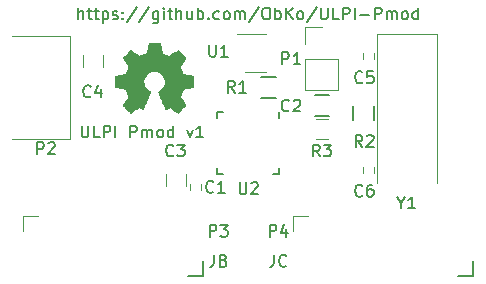
<source format=gto>
G04 #@! TF.GenerationSoftware,KiCad,Pcbnew,(2017-01-20 revision 550a1ea4d)-master*
G04 #@! TF.CreationDate,2017-01-26T21:32:20+07:00*
G04 #@! TF.ProjectId,ULPI_PMOD,554C50495F504D4F442E6B696361645F,rev?*
G04 #@! TF.FileFunction,Legend,Top*
G04 #@! TF.FilePolarity,Positive*
%FSLAX46Y46*%
G04 Gerber Fmt 4.6, Leading zero omitted, Abs format (unit mm)*
G04 Created by KiCad (PCBNEW (2017-01-20 revision 550a1ea4d)-master) date Thu Jan 26 21:32:20 2017*
%MOMM*%
%LPD*%
G01*
G04 APERTURE LIST*
%ADD10C,0.100000*%
%ADD11C,0.150000*%
%ADD12C,0.120000*%
%ADD13C,0.010000*%
G04 APERTURE END LIST*
D10*
D11*
X79599047Y-58252380D02*
X79599047Y-57252380D01*
X80027619Y-58252380D02*
X80027619Y-57728571D01*
X79980000Y-57633333D01*
X79884761Y-57585714D01*
X79741904Y-57585714D01*
X79646666Y-57633333D01*
X79599047Y-57680952D01*
X80360952Y-57585714D02*
X80741904Y-57585714D01*
X80503809Y-57252380D02*
X80503809Y-58109523D01*
X80551428Y-58204761D01*
X80646666Y-58252380D01*
X80741904Y-58252380D01*
X80932380Y-57585714D02*
X81313333Y-57585714D01*
X81075238Y-57252380D02*
X81075238Y-58109523D01*
X81122857Y-58204761D01*
X81218095Y-58252380D01*
X81313333Y-58252380D01*
X81646666Y-57585714D02*
X81646666Y-58585714D01*
X81646666Y-57633333D02*
X81741904Y-57585714D01*
X81932380Y-57585714D01*
X82027619Y-57633333D01*
X82075238Y-57680952D01*
X82122857Y-57776190D01*
X82122857Y-58061904D01*
X82075238Y-58157142D01*
X82027619Y-58204761D01*
X81932380Y-58252380D01*
X81741904Y-58252380D01*
X81646666Y-58204761D01*
X82503809Y-58204761D02*
X82599047Y-58252380D01*
X82789523Y-58252380D01*
X82884761Y-58204761D01*
X82932380Y-58109523D01*
X82932380Y-58061904D01*
X82884761Y-57966666D01*
X82789523Y-57919047D01*
X82646666Y-57919047D01*
X82551428Y-57871428D01*
X82503809Y-57776190D01*
X82503809Y-57728571D01*
X82551428Y-57633333D01*
X82646666Y-57585714D01*
X82789523Y-57585714D01*
X82884761Y-57633333D01*
X83360952Y-58157142D02*
X83408571Y-58204761D01*
X83360952Y-58252380D01*
X83313333Y-58204761D01*
X83360952Y-58157142D01*
X83360952Y-58252380D01*
X83360952Y-57633333D02*
X83408571Y-57680952D01*
X83360952Y-57728571D01*
X83313333Y-57680952D01*
X83360952Y-57633333D01*
X83360952Y-57728571D01*
X84551428Y-57204761D02*
X83694285Y-58490476D01*
X85599047Y-57204761D02*
X84741904Y-58490476D01*
X86360952Y-57585714D02*
X86360952Y-58395238D01*
X86313333Y-58490476D01*
X86265714Y-58538095D01*
X86170476Y-58585714D01*
X86027619Y-58585714D01*
X85932380Y-58538095D01*
X86360952Y-58204761D02*
X86265714Y-58252380D01*
X86075238Y-58252380D01*
X85980000Y-58204761D01*
X85932380Y-58157142D01*
X85884761Y-58061904D01*
X85884761Y-57776190D01*
X85932380Y-57680952D01*
X85980000Y-57633333D01*
X86075238Y-57585714D01*
X86265714Y-57585714D01*
X86360952Y-57633333D01*
X86837142Y-58252380D02*
X86837142Y-57585714D01*
X86837142Y-57252380D02*
X86789523Y-57300000D01*
X86837142Y-57347619D01*
X86884761Y-57300000D01*
X86837142Y-57252380D01*
X86837142Y-57347619D01*
X87170476Y-57585714D02*
X87551428Y-57585714D01*
X87313333Y-57252380D02*
X87313333Y-58109523D01*
X87360952Y-58204761D01*
X87456190Y-58252380D01*
X87551428Y-58252380D01*
X87884761Y-58252380D02*
X87884761Y-57252380D01*
X88313333Y-58252380D02*
X88313333Y-57728571D01*
X88265714Y-57633333D01*
X88170476Y-57585714D01*
X88027619Y-57585714D01*
X87932380Y-57633333D01*
X87884761Y-57680952D01*
X89218095Y-57585714D02*
X89218095Y-58252380D01*
X88789523Y-57585714D02*
X88789523Y-58109523D01*
X88837142Y-58204761D01*
X88932380Y-58252380D01*
X89075238Y-58252380D01*
X89170476Y-58204761D01*
X89218095Y-58157142D01*
X89694285Y-58252380D02*
X89694285Y-57252380D01*
X89694285Y-57633333D02*
X89789523Y-57585714D01*
X89980000Y-57585714D01*
X90075238Y-57633333D01*
X90122857Y-57680952D01*
X90170476Y-57776190D01*
X90170476Y-58061904D01*
X90122857Y-58157142D01*
X90075238Y-58204761D01*
X89980000Y-58252380D01*
X89789523Y-58252380D01*
X89694285Y-58204761D01*
X90599047Y-58157142D02*
X90646666Y-58204761D01*
X90599047Y-58252380D01*
X90551428Y-58204761D01*
X90599047Y-58157142D01*
X90599047Y-58252380D01*
X91503809Y-58204761D02*
X91408571Y-58252380D01*
X91218095Y-58252380D01*
X91122857Y-58204761D01*
X91075238Y-58157142D01*
X91027619Y-58061904D01*
X91027619Y-57776190D01*
X91075238Y-57680952D01*
X91122857Y-57633333D01*
X91218095Y-57585714D01*
X91408571Y-57585714D01*
X91503809Y-57633333D01*
X92075238Y-58252380D02*
X91980000Y-58204761D01*
X91932380Y-58157142D01*
X91884761Y-58061904D01*
X91884761Y-57776190D01*
X91932380Y-57680952D01*
X91980000Y-57633333D01*
X92075238Y-57585714D01*
X92218095Y-57585714D01*
X92313333Y-57633333D01*
X92360952Y-57680952D01*
X92408571Y-57776190D01*
X92408571Y-58061904D01*
X92360952Y-58157142D01*
X92313333Y-58204761D01*
X92218095Y-58252380D01*
X92075238Y-58252380D01*
X92837142Y-58252380D02*
X92837142Y-57585714D01*
X92837142Y-57680952D02*
X92884761Y-57633333D01*
X92980000Y-57585714D01*
X93122857Y-57585714D01*
X93218095Y-57633333D01*
X93265714Y-57728571D01*
X93265714Y-58252380D01*
X93265714Y-57728571D02*
X93313333Y-57633333D01*
X93408571Y-57585714D01*
X93551428Y-57585714D01*
X93646666Y-57633333D01*
X93694285Y-57728571D01*
X93694285Y-58252380D01*
X94884761Y-57204761D02*
X94027619Y-58490476D01*
X95408571Y-57252380D02*
X95599047Y-57252380D01*
X95694285Y-57300000D01*
X95789523Y-57395238D01*
X95837142Y-57585714D01*
X95837142Y-57919047D01*
X95789523Y-58109523D01*
X95694285Y-58204761D01*
X95599047Y-58252380D01*
X95408571Y-58252380D01*
X95313333Y-58204761D01*
X95218095Y-58109523D01*
X95170476Y-57919047D01*
X95170476Y-57585714D01*
X95218095Y-57395238D01*
X95313333Y-57300000D01*
X95408571Y-57252380D01*
X96265714Y-58252380D02*
X96265714Y-57252380D01*
X96265714Y-57633333D02*
X96360952Y-57585714D01*
X96551428Y-57585714D01*
X96646666Y-57633333D01*
X96694285Y-57680952D01*
X96741904Y-57776190D01*
X96741904Y-58061904D01*
X96694285Y-58157142D01*
X96646666Y-58204761D01*
X96551428Y-58252380D01*
X96360952Y-58252380D01*
X96265714Y-58204761D01*
X97170476Y-58252380D02*
X97170476Y-57252380D01*
X97741904Y-58252380D02*
X97313333Y-57680952D01*
X97741904Y-57252380D02*
X97170476Y-57823809D01*
X98313333Y-58252380D02*
X98218095Y-58204761D01*
X98170476Y-58157142D01*
X98122857Y-58061904D01*
X98122857Y-57776190D01*
X98170476Y-57680952D01*
X98218095Y-57633333D01*
X98313333Y-57585714D01*
X98456190Y-57585714D01*
X98551428Y-57633333D01*
X98599047Y-57680952D01*
X98646666Y-57776190D01*
X98646666Y-58061904D01*
X98599047Y-58157142D01*
X98551428Y-58204761D01*
X98456190Y-58252380D01*
X98313333Y-58252380D01*
X99789523Y-57204761D02*
X98932380Y-58490476D01*
X100122857Y-57252380D02*
X100122857Y-58061904D01*
X100170476Y-58157142D01*
X100218095Y-58204761D01*
X100313333Y-58252380D01*
X100503809Y-58252380D01*
X100599047Y-58204761D01*
X100646666Y-58157142D01*
X100694285Y-58061904D01*
X100694285Y-57252380D01*
X101646666Y-58252380D02*
X101170476Y-58252380D01*
X101170476Y-57252380D01*
X101980000Y-58252380D02*
X101980000Y-57252380D01*
X102360952Y-57252380D01*
X102456190Y-57300000D01*
X102503809Y-57347619D01*
X102551428Y-57442857D01*
X102551428Y-57585714D01*
X102503809Y-57680952D01*
X102456190Y-57728571D01*
X102360952Y-57776190D01*
X101980000Y-57776190D01*
X102980000Y-58252380D02*
X102980000Y-57252380D01*
X103456190Y-57871428D02*
X104218095Y-57871428D01*
X104694285Y-58252380D02*
X104694285Y-57252380D01*
X105075238Y-57252380D01*
X105170476Y-57300000D01*
X105218095Y-57347619D01*
X105265714Y-57442857D01*
X105265714Y-57585714D01*
X105218095Y-57680952D01*
X105170476Y-57728571D01*
X105075238Y-57776190D01*
X104694285Y-57776190D01*
X105694285Y-58252380D02*
X105694285Y-57585714D01*
X105694285Y-57680952D02*
X105741904Y-57633333D01*
X105837142Y-57585714D01*
X105980000Y-57585714D01*
X106075238Y-57633333D01*
X106122857Y-57728571D01*
X106122857Y-58252380D01*
X106122857Y-57728571D02*
X106170476Y-57633333D01*
X106265714Y-57585714D01*
X106408571Y-57585714D01*
X106503809Y-57633333D01*
X106551428Y-57728571D01*
X106551428Y-58252380D01*
X107170476Y-58252380D02*
X107075238Y-58204761D01*
X107027619Y-58157142D01*
X106980000Y-58061904D01*
X106980000Y-57776190D01*
X107027619Y-57680952D01*
X107075238Y-57633333D01*
X107170476Y-57585714D01*
X107313333Y-57585714D01*
X107408571Y-57633333D01*
X107456190Y-57680952D01*
X107503809Y-57776190D01*
X107503809Y-58061904D01*
X107456190Y-58157142D01*
X107408571Y-58204761D01*
X107313333Y-58252380D01*
X107170476Y-58252380D01*
X108360952Y-58252380D02*
X108360952Y-57252380D01*
X108360952Y-58204761D02*
X108265714Y-58252380D01*
X108075238Y-58252380D01*
X107980000Y-58204761D01*
X107932380Y-58157142D01*
X107884761Y-58061904D01*
X107884761Y-57776190D01*
X107932380Y-57680952D01*
X107980000Y-57633333D01*
X108075238Y-57585714D01*
X108265714Y-57585714D01*
X108360952Y-57633333D01*
X79880952Y-67252380D02*
X79880952Y-68061904D01*
X79928571Y-68157142D01*
X79976190Y-68204761D01*
X80071428Y-68252380D01*
X80261904Y-68252380D01*
X80357142Y-68204761D01*
X80404761Y-68157142D01*
X80452380Y-68061904D01*
X80452380Y-67252380D01*
X81404761Y-68252380D02*
X80928571Y-68252380D01*
X80928571Y-67252380D01*
X81738095Y-68252380D02*
X81738095Y-67252380D01*
X82119047Y-67252380D01*
X82214285Y-67300000D01*
X82261904Y-67347619D01*
X82309523Y-67442857D01*
X82309523Y-67585714D01*
X82261904Y-67680952D01*
X82214285Y-67728571D01*
X82119047Y-67776190D01*
X81738095Y-67776190D01*
X82738095Y-68252380D02*
X82738095Y-67252380D01*
X83976190Y-68252380D02*
X83976190Y-67252380D01*
X84357142Y-67252380D01*
X84452380Y-67300000D01*
X84500000Y-67347619D01*
X84547619Y-67442857D01*
X84547619Y-67585714D01*
X84500000Y-67680952D01*
X84452380Y-67728571D01*
X84357142Y-67776190D01*
X83976190Y-67776190D01*
X84976190Y-68252380D02*
X84976190Y-67585714D01*
X84976190Y-67680952D02*
X85023809Y-67633333D01*
X85119047Y-67585714D01*
X85261904Y-67585714D01*
X85357142Y-67633333D01*
X85404761Y-67728571D01*
X85404761Y-68252380D01*
X85404761Y-67728571D02*
X85452380Y-67633333D01*
X85547619Y-67585714D01*
X85690476Y-67585714D01*
X85785714Y-67633333D01*
X85833333Y-67728571D01*
X85833333Y-68252380D01*
X86452380Y-68252380D02*
X86357142Y-68204761D01*
X86309523Y-68157142D01*
X86261904Y-68061904D01*
X86261904Y-67776190D01*
X86309523Y-67680952D01*
X86357142Y-67633333D01*
X86452380Y-67585714D01*
X86595238Y-67585714D01*
X86690476Y-67633333D01*
X86738095Y-67680952D01*
X86785714Y-67776190D01*
X86785714Y-68061904D01*
X86738095Y-68157142D01*
X86690476Y-68204761D01*
X86595238Y-68252380D01*
X86452380Y-68252380D01*
X87642857Y-68252380D02*
X87642857Y-67252380D01*
X87642857Y-68204761D02*
X87547619Y-68252380D01*
X87357142Y-68252380D01*
X87261904Y-68204761D01*
X87214285Y-68157142D01*
X87166666Y-68061904D01*
X87166666Y-67776190D01*
X87214285Y-67680952D01*
X87261904Y-67633333D01*
X87357142Y-67585714D01*
X87547619Y-67585714D01*
X87642857Y-67633333D01*
X88785714Y-67585714D02*
X89023809Y-68252380D01*
X89261904Y-67585714D01*
X90166666Y-68252380D02*
X89595238Y-68252380D01*
X89880952Y-68252380D02*
X89880952Y-67252380D01*
X89785714Y-67395238D01*
X89690476Y-67490476D01*
X89595238Y-67538095D01*
D12*
X74000000Y-59650000D02*
X78880000Y-59650000D01*
X78880000Y-68350000D02*
X74000000Y-68350000D01*
X78880000Y-59650000D02*
X78880000Y-68350000D01*
D13*
G36*
X86555814Y-60668931D02*
X86639635Y-61113555D01*
X86948920Y-61241053D01*
X87258206Y-61368551D01*
X87629246Y-61116246D01*
X87733157Y-61045996D01*
X87827087Y-60983272D01*
X87906652Y-60930938D01*
X87967470Y-60891857D01*
X88005157Y-60868893D01*
X88015421Y-60863942D01*
X88033910Y-60876676D01*
X88073420Y-60911882D01*
X88129522Y-60965062D01*
X88197787Y-61031718D01*
X88273786Y-61107354D01*
X88353092Y-61187472D01*
X88431275Y-61267574D01*
X88503907Y-61343164D01*
X88566559Y-61409745D01*
X88614803Y-61462818D01*
X88644210Y-61497887D01*
X88651241Y-61509623D01*
X88641123Y-61531260D01*
X88612759Y-61578662D01*
X88569129Y-61647193D01*
X88513218Y-61732215D01*
X88448006Y-61829093D01*
X88410219Y-61884350D01*
X88341343Y-61985248D01*
X88280140Y-62076299D01*
X88229578Y-62152970D01*
X88192628Y-62210728D01*
X88172258Y-62245043D01*
X88169197Y-62252254D01*
X88176136Y-62272748D01*
X88195051Y-62320513D01*
X88223087Y-62388832D01*
X88257391Y-62470989D01*
X88295109Y-62560270D01*
X88333387Y-62649958D01*
X88369370Y-62733338D01*
X88400206Y-62803694D01*
X88423039Y-62854310D01*
X88435017Y-62878471D01*
X88435724Y-62879422D01*
X88454531Y-62884036D01*
X88504618Y-62894328D01*
X88580793Y-62909287D01*
X88677865Y-62927901D01*
X88790643Y-62949159D01*
X88856442Y-62961418D01*
X88976950Y-62984362D01*
X89085797Y-63006195D01*
X89177476Y-63025722D01*
X89246481Y-63041748D01*
X89287304Y-63053079D01*
X89295511Y-63056674D01*
X89303548Y-63081006D01*
X89310033Y-63135959D01*
X89314970Y-63215108D01*
X89318364Y-63312026D01*
X89320218Y-63420287D01*
X89320538Y-63533465D01*
X89319327Y-63645135D01*
X89316590Y-63748868D01*
X89312331Y-63838241D01*
X89306555Y-63906826D01*
X89299267Y-63948197D01*
X89294895Y-63956810D01*
X89268764Y-63967133D01*
X89213393Y-63981892D01*
X89136107Y-63999352D01*
X89044230Y-64017780D01*
X89012158Y-64023741D01*
X88857524Y-64052066D01*
X88735375Y-64074876D01*
X88641673Y-64093080D01*
X88572384Y-64107583D01*
X88523471Y-64119292D01*
X88490897Y-64129115D01*
X88470628Y-64137956D01*
X88458626Y-64146724D01*
X88456947Y-64148457D01*
X88440184Y-64176371D01*
X88414614Y-64230695D01*
X88382788Y-64304777D01*
X88347260Y-64391965D01*
X88310583Y-64485608D01*
X88275311Y-64579052D01*
X88243996Y-64665647D01*
X88219193Y-64738740D01*
X88203454Y-64791678D01*
X88199332Y-64817811D01*
X88199676Y-64818726D01*
X88213641Y-64840086D01*
X88245322Y-64887084D01*
X88291391Y-64954827D01*
X88348518Y-65038423D01*
X88413373Y-65132982D01*
X88431843Y-65159854D01*
X88497699Y-65257275D01*
X88555650Y-65346163D01*
X88602538Y-65421412D01*
X88635207Y-65477920D01*
X88650500Y-65510581D01*
X88651241Y-65514593D01*
X88638392Y-65535684D01*
X88602888Y-65577464D01*
X88549293Y-65635445D01*
X88482171Y-65705135D01*
X88406087Y-65782045D01*
X88325604Y-65861683D01*
X88245287Y-65939561D01*
X88169699Y-66011186D01*
X88103405Y-66072070D01*
X88050969Y-66117721D01*
X88016955Y-66143650D01*
X88007545Y-66147883D01*
X87985643Y-66137912D01*
X87940800Y-66111020D01*
X87880321Y-66071736D01*
X87833789Y-66040117D01*
X87749475Y-65982098D01*
X87649626Y-65913784D01*
X87549473Y-65845579D01*
X87495627Y-65809075D01*
X87313371Y-65685800D01*
X87160381Y-65768520D01*
X87090682Y-65804759D01*
X87031414Y-65832926D01*
X86991311Y-65848991D01*
X86981103Y-65851226D01*
X86968829Y-65834722D01*
X86944613Y-65788082D01*
X86910263Y-65715609D01*
X86867588Y-65621606D01*
X86818394Y-65510374D01*
X86764490Y-65386215D01*
X86707684Y-65253432D01*
X86649782Y-65116327D01*
X86592593Y-64979202D01*
X86537924Y-64846358D01*
X86487584Y-64722098D01*
X86443380Y-64610725D01*
X86407119Y-64516539D01*
X86380609Y-64443844D01*
X86365658Y-64396941D01*
X86363254Y-64380833D01*
X86382311Y-64360286D01*
X86424036Y-64326933D01*
X86479706Y-64287702D01*
X86484378Y-64284599D01*
X86628264Y-64169423D01*
X86744283Y-64035053D01*
X86831430Y-63885784D01*
X86888699Y-63725913D01*
X86915086Y-63559737D01*
X86909585Y-63391552D01*
X86871190Y-63225655D01*
X86798895Y-63066342D01*
X86777626Y-63031487D01*
X86666996Y-62890737D01*
X86536302Y-62777714D01*
X86390064Y-62693003D01*
X86232808Y-62637194D01*
X86069057Y-62610874D01*
X85903333Y-62614630D01*
X85740162Y-62649050D01*
X85584065Y-62714723D01*
X85439567Y-62812235D01*
X85394869Y-62851813D01*
X85281112Y-62975703D01*
X85198218Y-63106124D01*
X85141356Y-63252315D01*
X85109687Y-63397088D01*
X85101869Y-63559860D01*
X85127938Y-63723440D01*
X85185245Y-63882298D01*
X85271144Y-64030906D01*
X85382986Y-64163735D01*
X85518123Y-64275256D01*
X85535883Y-64287011D01*
X85592150Y-64325508D01*
X85634923Y-64358863D01*
X85655372Y-64380160D01*
X85655669Y-64380833D01*
X85651279Y-64403871D01*
X85633876Y-64456157D01*
X85605268Y-64533390D01*
X85567265Y-64631268D01*
X85521674Y-64745491D01*
X85470303Y-64871758D01*
X85414962Y-65005767D01*
X85357458Y-65143218D01*
X85299601Y-65279808D01*
X85243198Y-65411237D01*
X85190058Y-65533205D01*
X85141990Y-65641409D01*
X85100801Y-65731549D01*
X85068301Y-65799323D01*
X85046297Y-65840430D01*
X85037436Y-65851226D01*
X85010360Y-65842819D01*
X84959697Y-65820272D01*
X84894183Y-65787613D01*
X84858159Y-65768520D01*
X84705168Y-65685800D01*
X84522912Y-65809075D01*
X84429875Y-65872228D01*
X84328015Y-65941727D01*
X84232562Y-66007165D01*
X84184750Y-66040117D01*
X84117505Y-66085273D01*
X84060564Y-66121057D01*
X84021354Y-66142938D01*
X84008619Y-66147563D01*
X83990083Y-66135085D01*
X83949059Y-66100252D01*
X83889525Y-66046678D01*
X83815458Y-65977983D01*
X83730835Y-65897781D01*
X83677315Y-65846286D01*
X83583681Y-65754286D01*
X83502759Y-65671999D01*
X83437823Y-65602945D01*
X83392142Y-65550644D01*
X83368989Y-65518616D01*
X83366768Y-65512116D01*
X83377076Y-65487394D01*
X83405561Y-65437405D01*
X83449063Y-65367212D01*
X83504423Y-65281875D01*
X83568480Y-65186456D01*
X83586697Y-65159854D01*
X83653073Y-65063167D01*
X83712622Y-64976117D01*
X83762016Y-64903595D01*
X83797925Y-64850493D01*
X83817019Y-64821703D01*
X83818864Y-64818726D01*
X83816105Y-64795782D01*
X83801462Y-64745336D01*
X83777487Y-64674041D01*
X83746734Y-64588547D01*
X83711756Y-64495507D01*
X83675107Y-64401574D01*
X83639339Y-64313399D01*
X83607006Y-64237634D01*
X83580662Y-64180931D01*
X83562858Y-64149943D01*
X83561593Y-64148457D01*
X83550706Y-64139601D01*
X83532318Y-64130843D01*
X83502394Y-64121277D01*
X83456897Y-64109996D01*
X83391791Y-64096093D01*
X83303039Y-64078663D01*
X83186607Y-64056798D01*
X83038458Y-64029591D01*
X83006382Y-64023741D01*
X82911314Y-64005374D01*
X82828435Y-63987405D01*
X82765070Y-63971569D01*
X82728542Y-63959600D01*
X82723644Y-63956810D01*
X82715573Y-63932072D01*
X82709013Y-63876790D01*
X82703967Y-63797389D01*
X82700441Y-63700296D01*
X82698439Y-63591938D01*
X82697964Y-63478740D01*
X82699023Y-63367128D01*
X82701618Y-63263529D01*
X82705754Y-63174368D01*
X82711437Y-63106072D01*
X82718669Y-63065066D01*
X82723029Y-63056674D01*
X82747302Y-63048208D01*
X82802574Y-63034435D01*
X82883338Y-63016550D01*
X82984088Y-62995748D01*
X83099317Y-62973223D01*
X83162098Y-62961418D01*
X83281213Y-62939151D01*
X83387435Y-62918979D01*
X83475573Y-62901915D01*
X83540434Y-62888969D01*
X83576826Y-62881155D01*
X83582816Y-62879422D01*
X83592939Y-62859890D01*
X83614338Y-62812843D01*
X83644161Y-62745003D01*
X83679555Y-62663091D01*
X83717668Y-62573828D01*
X83755647Y-62483935D01*
X83790640Y-62400135D01*
X83819794Y-62329147D01*
X83840257Y-62277694D01*
X83849177Y-62252497D01*
X83849343Y-62251396D01*
X83839231Y-62231519D01*
X83810883Y-62185777D01*
X83767277Y-62118717D01*
X83711394Y-62034884D01*
X83646213Y-61938826D01*
X83608321Y-61883650D01*
X83539275Y-61782481D01*
X83477950Y-61690630D01*
X83427337Y-61612744D01*
X83390429Y-61553469D01*
X83370218Y-61517451D01*
X83367299Y-61509377D01*
X83379847Y-61490584D01*
X83414537Y-61450457D01*
X83466937Y-61393493D01*
X83532616Y-61324185D01*
X83607144Y-61247031D01*
X83686087Y-61166525D01*
X83765017Y-61087163D01*
X83839500Y-61013440D01*
X83905106Y-60949852D01*
X83957404Y-60900894D01*
X83991961Y-60871061D01*
X84003522Y-60863942D01*
X84022346Y-60873953D01*
X84067369Y-60902078D01*
X84134213Y-60945454D01*
X84218501Y-61001218D01*
X84315856Y-61066506D01*
X84389293Y-61116246D01*
X84760333Y-61368551D01*
X85378905Y-61113555D01*
X85462725Y-60668931D01*
X85546546Y-60224307D01*
X86471994Y-60224307D01*
X86555814Y-60668931D01*
X86555814Y-60668931D01*
G37*
X86555814Y-60668931D02*
X86639635Y-61113555D01*
X86948920Y-61241053D01*
X87258206Y-61368551D01*
X87629246Y-61116246D01*
X87733157Y-61045996D01*
X87827087Y-60983272D01*
X87906652Y-60930938D01*
X87967470Y-60891857D01*
X88005157Y-60868893D01*
X88015421Y-60863942D01*
X88033910Y-60876676D01*
X88073420Y-60911882D01*
X88129522Y-60965062D01*
X88197787Y-61031718D01*
X88273786Y-61107354D01*
X88353092Y-61187472D01*
X88431275Y-61267574D01*
X88503907Y-61343164D01*
X88566559Y-61409745D01*
X88614803Y-61462818D01*
X88644210Y-61497887D01*
X88651241Y-61509623D01*
X88641123Y-61531260D01*
X88612759Y-61578662D01*
X88569129Y-61647193D01*
X88513218Y-61732215D01*
X88448006Y-61829093D01*
X88410219Y-61884350D01*
X88341343Y-61985248D01*
X88280140Y-62076299D01*
X88229578Y-62152970D01*
X88192628Y-62210728D01*
X88172258Y-62245043D01*
X88169197Y-62252254D01*
X88176136Y-62272748D01*
X88195051Y-62320513D01*
X88223087Y-62388832D01*
X88257391Y-62470989D01*
X88295109Y-62560270D01*
X88333387Y-62649958D01*
X88369370Y-62733338D01*
X88400206Y-62803694D01*
X88423039Y-62854310D01*
X88435017Y-62878471D01*
X88435724Y-62879422D01*
X88454531Y-62884036D01*
X88504618Y-62894328D01*
X88580793Y-62909287D01*
X88677865Y-62927901D01*
X88790643Y-62949159D01*
X88856442Y-62961418D01*
X88976950Y-62984362D01*
X89085797Y-63006195D01*
X89177476Y-63025722D01*
X89246481Y-63041748D01*
X89287304Y-63053079D01*
X89295511Y-63056674D01*
X89303548Y-63081006D01*
X89310033Y-63135959D01*
X89314970Y-63215108D01*
X89318364Y-63312026D01*
X89320218Y-63420287D01*
X89320538Y-63533465D01*
X89319327Y-63645135D01*
X89316590Y-63748868D01*
X89312331Y-63838241D01*
X89306555Y-63906826D01*
X89299267Y-63948197D01*
X89294895Y-63956810D01*
X89268764Y-63967133D01*
X89213393Y-63981892D01*
X89136107Y-63999352D01*
X89044230Y-64017780D01*
X89012158Y-64023741D01*
X88857524Y-64052066D01*
X88735375Y-64074876D01*
X88641673Y-64093080D01*
X88572384Y-64107583D01*
X88523471Y-64119292D01*
X88490897Y-64129115D01*
X88470628Y-64137956D01*
X88458626Y-64146724D01*
X88456947Y-64148457D01*
X88440184Y-64176371D01*
X88414614Y-64230695D01*
X88382788Y-64304777D01*
X88347260Y-64391965D01*
X88310583Y-64485608D01*
X88275311Y-64579052D01*
X88243996Y-64665647D01*
X88219193Y-64738740D01*
X88203454Y-64791678D01*
X88199332Y-64817811D01*
X88199676Y-64818726D01*
X88213641Y-64840086D01*
X88245322Y-64887084D01*
X88291391Y-64954827D01*
X88348518Y-65038423D01*
X88413373Y-65132982D01*
X88431843Y-65159854D01*
X88497699Y-65257275D01*
X88555650Y-65346163D01*
X88602538Y-65421412D01*
X88635207Y-65477920D01*
X88650500Y-65510581D01*
X88651241Y-65514593D01*
X88638392Y-65535684D01*
X88602888Y-65577464D01*
X88549293Y-65635445D01*
X88482171Y-65705135D01*
X88406087Y-65782045D01*
X88325604Y-65861683D01*
X88245287Y-65939561D01*
X88169699Y-66011186D01*
X88103405Y-66072070D01*
X88050969Y-66117721D01*
X88016955Y-66143650D01*
X88007545Y-66147883D01*
X87985643Y-66137912D01*
X87940800Y-66111020D01*
X87880321Y-66071736D01*
X87833789Y-66040117D01*
X87749475Y-65982098D01*
X87649626Y-65913784D01*
X87549473Y-65845579D01*
X87495627Y-65809075D01*
X87313371Y-65685800D01*
X87160381Y-65768520D01*
X87090682Y-65804759D01*
X87031414Y-65832926D01*
X86991311Y-65848991D01*
X86981103Y-65851226D01*
X86968829Y-65834722D01*
X86944613Y-65788082D01*
X86910263Y-65715609D01*
X86867588Y-65621606D01*
X86818394Y-65510374D01*
X86764490Y-65386215D01*
X86707684Y-65253432D01*
X86649782Y-65116327D01*
X86592593Y-64979202D01*
X86537924Y-64846358D01*
X86487584Y-64722098D01*
X86443380Y-64610725D01*
X86407119Y-64516539D01*
X86380609Y-64443844D01*
X86365658Y-64396941D01*
X86363254Y-64380833D01*
X86382311Y-64360286D01*
X86424036Y-64326933D01*
X86479706Y-64287702D01*
X86484378Y-64284599D01*
X86628264Y-64169423D01*
X86744283Y-64035053D01*
X86831430Y-63885784D01*
X86888699Y-63725913D01*
X86915086Y-63559737D01*
X86909585Y-63391552D01*
X86871190Y-63225655D01*
X86798895Y-63066342D01*
X86777626Y-63031487D01*
X86666996Y-62890737D01*
X86536302Y-62777714D01*
X86390064Y-62693003D01*
X86232808Y-62637194D01*
X86069057Y-62610874D01*
X85903333Y-62614630D01*
X85740162Y-62649050D01*
X85584065Y-62714723D01*
X85439567Y-62812235D01*
X85394869Y-62851813D01*
X85281112Y-62975703D01*
X85198218Y-63106124D01*
X85141356Y-63252315D01*
X85109687Y-63397088D01*
X85101869Y-63559860D01*
X85127938Y-63723440D01*
X85185245Y-63882298D01*
X85271144Y-64030906D01*
X85382986Y-64163735D01*
X85518123Y-64275256D01*
X85535883Y-64287011D01*
X85592150Y-64325508D01*
X85634923Y-64358863D01*
X85655372Y-64380160D01*
X85655669Y-64380833D01*
X85651279Y-64403871D01*
X85633876Y-64456157D01*
X85605268Y-64533390D01*
X85567265Y-64631268D01*
X85521674Y-64745491D01*
X85470303Y-64871758D01*
X85414962Y-65005767D01*
X85357458Y-65143218D01*
X85299601Y-65279808D01*
X85243198Y-65411237D01*
X85190058Y-65533205D01*
X85141990Y-65641409D01*
X85100801Y-65731549D01*
X85068301Y-65799323D01*
X85046297Y-65840430D01*
X85037436Y-65851226D01*
X85010360Y-65842819D01*
X84959697Y-65820272D01*
X84894183Y-65787613D01*
X84858159Y-65768520D01*
X84705168Y-65685800D01*
X84522912Y-65809075D01*
X84429875Y-65872228D01*
X84328015Y-65941727D01*
X84232562Y-66007165D01*
X84184750Y-66040117D01*
X84117505Y-66085273D01*
X84060564Y-66121057D01*
X84021354Y-66142938D01*
X84008619Y-66147563D01*
X83990083Y-66135085D01*
X83949059Y-66100252D01*
X83889525Y-66046678D01*
X83815458Y-65977983D01*
X83730835Y-65897781D01*
X83677315Y-65846286D01*
X83583681Y-65754286D01*
X83502759Y-65671999D01*
X83437823Y-65602945D01*
X83392142Y-65550644D01*
X83368989Y-65518616D01*
X83366768Y-65512116D01*
X83377076Y-65487394D01*
X83405561Y-65437405D01*
X83449063Y-65367212D01*
X83504423Y-65281875D01*
X83568480Y-65186456D01*
X83586697Y-65159854D01*
X83653073Y-65063167D01*
X83712622Y-64976117D01*
X83762016Y-64903595D01*
X83797925Y-64850493D01*
X83817019Y-64821703D01*
X83818864Y-64818726D01*
X83816105Y-64795782D01*
X83801462Y-64745336D01*
X83777487Y-64674041D01*
X83746734Y-64588547D01*
X83711756Y-64495507D01*
X83675107Y-64401574D01*
X83639339Y-64313399D01*
X83607006Y-64237634D01*
X83580662Y-64180931D01*
X83562858Y-64149943D01*
X83561593Y-64148457D01*
X83550706Y-64139601D01*
X83532318Y-64130843D01*
X83502394Y-64121277D01*
X83456897Y-64109996D01*
X83391791Y-64096093D01*
X83303039Y-64078663D01*
X83186607Y-64056798D01*
X83038458Y-64029591D01*
X83006382Y-64023741D01*
X82911314Y-64005374D01*
X82828435Y-63987405D01*
X82765070Y-63971569D01*
X82728542Y-63959600D01*
X82723644Y-63956810D01*
X82715573Y-63932072D01*
X82709013Y-63876790D01*
X82703967Y-63797389D01*
X82700441Y-63700296D01*
X82698439Y-63591938D01*
X82697964Y-63478740D01*
X82699023Y-63367128D01*
X82701618Y-63263529D01*
X82705754Y-63174368D01*
X82711437Y-63106072D01*
X82718669Y-63065066D01*
X82723029Y-63056674D01*
X82747302Y-63048208D01*
X82802574Y-63034435D01*
X82883338Y-63016550D01*
X82984088Y-62995748D01*
X83099317Y-62973223D01*
X83162098Y-62961418D01*
X83281213Y-62939151D01*
X83387435Y-62918979D01*
X83475573Y-62901915D01*
X83540434Y-62888969D01*
X83576826Y-62881155D01*
X83582816Y-62879422D01*
X83592939Y-62859890D01*
X83614338Y-62812843D01*
X83644161Y-62745003D01*
X83679555Y-62663091D01*
X83717668Y-62573828D01*
X83755647Y-62483935D01*
X83790640Y-62400135D01*
X83819794Y-62329147D01*
X83840257Y-62277694D01*
X83849177Y-62252497D01*
X83849343Y-62251396D01*
X83839231Y-62231519D01*
X83810883Y-62185777D01*
X83767277Y-62118717D01*
X83711394Y-62034884D01*
X83646213Y-61938826D01*
X83608321Y-61883650D01*
X83539275Y-61782481D01*
X83477950Y-61690630D01*
X83427337Y-61612744D01*
X83390429Y-61553469D01*
X83370218Y-61517451D01*
X83367299Y-61509377D01*
X83379847Y-61490584D01*
X83414537Y-61450457D01*
X83466937Y-61393493D01*
X83532616Y-61324185D01*
X83607144Y-61247031D01*
X83686087Y-61166525D01*
X83765017Y-61087163D01*
X83839500Y-61013440D01*
X83905106Y-60949852D01*
X83957404Y-60900894D01*
X83991961Y-60871061D01*
X84003522Y-60863942D01*
X84022346Y-60873953D01*
X84067369Y-60902078D01*
X84134213Y-60945454D01*
X84218501Y-61001218D01*
X84315856Y-61066506D01*
X84389293Y-61116246D01*
X84760333Y-61368551D01*
X85378905Y-61113555D01*
X85462725Y-60668931D01*
X85546546Y-60224307D01*
X86471994Y-60224307D01*
X86555814Y-60668931D01*
D12*
X104892000Y-59467000D02*
X104892000Y-72067000D01*
X109992000Y-59467000D02*
X104892000Y-59467000D01*
X109992000Y-72067000D02*
X109992000Y-59467000D01*
X89060000Y-72225000D02*
X89060000Y-72725000D01*
X90010000Y-72725000D02*
X90010000Y-72225000D01*
X100703000Y-66714000D02*
X99703000Y-66714000D01*
X99703000Y-68414000D02*
X100703000Y-68414000D01*
X87034000Y-71382000D02*
X87034000Y-72382000D01*
X88734000Y-72382000D02*
X88734000Y-71382000D01*
X81650000Y-62300000D02*
X81650000Y-61300000D01*
X79950000Y-61300000D02*
X79950000Y-62300000D01*
X104615000Y-61591000D02*
X104615000Y-61091000D01*
X103665000Y-61091000D02*
X103665000Y-61591000D01*
X104615000Y-71243000D02*
X104615000Y-70743000D01*
X103665000Y-70743000D02*
X103665000Y-71243000D01*
X98813000Y-58935000D02*
X100203000Y-58935000D01*
X98813000Y-60325000D02*
X98813000Y-58935000D01*
X101593000Y-61595000D02*
X98813000Y-61595000D01*
X101593000Y-64255000D02*
X101593000Y-61595000D01*
X98813000Y-64255000D02*
X101593000Y-64255000D01*
X98813000Y-61595000D02*
X98813000Y-64255000D01*
D11*
X95097000Y-63133000D02*
X96297000Y-63133000D01*
X96297000Y-64883000D02*
X95097000Y-64883000D01*
X104634000Y-65567000D02*
X104634000Y-66767000D01*
X102884000Y-66767000D02*
X102884000Y-65567000D01*
X99600000Y-64657000D02*
X100800000Y-64657000D01*
X100800000Y-66407000D02*
X99600000Y-66407000D01*
D12*
X95515000Y-59477000D02*
X93065000Y-59477000D01*
X93715000Y-62697000D02*
X95515000Y-62697000D01*
D11*
X96605000Y-71358500D02*
X96605000Y-70833500D01*
X91355000Y-71358500D02*
X91355000Y-70833500D01*
X91355000Y-66108500D02*
X91355000Y-66633500D01*
X96605000Y-66108500D02*
X96605000Y-66633500D01*
X91355000Y-71358500D02*
X91880000Y-71358500D01*
X91355000Y-66108500D02*
X91880000Y-66108500D01*
X96605000Y-71358500D02*
X96080000Y-71358500D01*
D12*
X74930000Y-74930000D02*
X76200000Y-74930000D01*
X74930000Y-74930000D02*
X74930000Y-76200000D01*
D11*
X90170000Y-78740000D02*
X90170000Y-80010000D01*
X90170000Y-80010000D02*
X88900000Y-80010000D01*
X88900000Y-80010000D02*
X88900000Y-80010000D01*
X111760000Y-80010000D02*
X111760000Y-80010000D01*
X113030000Y-80010000D02*
X111760000Y-80010000D01*
X113030000Y-78740000D02*
X113030000Y-80010000D01*
D12*
X97790000Y-74930000D02*
X97790000Y-76200000D01*
X97790000Y-74930000D02*
X99060000Y-74930000D01*
D11*
X76096904Y-69667380D02*
X76096904Y-68667380D01*
X76477857Y-68667380D01*
X76573095Y-68715000D01*
X76620714Y-68762619D01*
X76668333Y-68857857D01*
X76668333Y-69000714D01*
X76620714Y-69095952D01*
X76573095Y-69143571D01*
X76477857Y-69191190D01*
X76096904Y-69191190D01*
X77049285Y-68762619D02*
X77096904Y-68715000D01*
X77192142Y-68667380D01*
X77430238Y-68667380D01*
X77525476Y-68715000D01*
X77573095Y-68762619D01*
X77620714Y-68857857D01*
X77620714Y-68953095D01*
X77573095Y-69095952D01*
X77001666Y-69667380D01*
X77620714Y-69667380D01*
X106923809Y-73776190D02*
X106923809Y-74252380D01*
X106590476Y-73252380D02*
X106923809Y-73776190D01*
X107257142Y-73252380D01*
X108114285Y-74252380D02*
X107542857Y-74252380D01*
X107828571Y-74252380D02*
X107828571Y-73252380D01*
X107733333Y-73395238D01*
X107638095Y-73490476D01*
X107542857Y-73538095D01*
X91033333Y-72832142D02*
X90985714Y-72879761D01*
X90842857Y-72927380D01*
X90747619Y-72927380D01*
X90604761Y-72879761D01*
X90509523Y-72784523D01*
X90461904Y-72689285D01*
X90414285Y-72498809D01*
X90414285Y-72355952D01*
X90461904Y-72165476D01*
X90509523Y-72070238D01*
X90604761Y-71975000D01*
X90747619Y-71927380D01*
X90842857Y-71927380D01*
X90985714Y-71975000D01*
X91033333Y-72022619D01*
X91985714Y-72927380D02*
X91414285Y-72927380D01*
X91700000Y-72927380D02*
X91700000Y-71927380D01*
X91604761Y-72070238D01*
X91509523Y-72165476D01*
X91414285Y-72213095D01*
X97433333Y-65957142D02*
X97385714Y-66004761D01*
X97242857Y-66052380D01*
X97147619Y-66052380D01*
X97004761Y-66004761D01*
X96909523Y-65909523D01*
X96861904Y-65814285D01*
X96814285Y-65623809D01*
X96814285Y-65480952D01*
X96861904Y-65290476D01*
X96909523Y-65195238D01*
X97004761Y-65100000D01*
X97147619Y-65052380D01*
X97242857Y-65052380D01*
X97385714Y-65100000D01*
X97433333Y-65147619D01*
X97814285Y-65147619D02*
X97861904Y-65100000D01*
X97957142Y-65052380D01*
X98195238Y-65052380D01*
X98290476Y-65100000D01*
X98338095Y-65147619D01*
X98385714Y-65242857D01*
X98385714Y-65338095D01*
X98338095Y-65480952D01*
X97766666Y-66052380D01*
X98385714Y-66052380D01*
X87633333Y-69757142D02*
X87585714Y-69804761D01*
X87442857Y-69852380D01*
X87347619Y-69852380D01*
X87204761Y-69804761D01*
X87109523Y-69709523D01*
X87061904Y-69614285D01*
X87014285Y-69423809D01*
X87014285Y-69280952D01*
X87061904Y-69090476D01*
X87109523Y-68995238D01*
X87204761Y-68900000D01*
X87347619Y-68852380D01*
X87442857Y-68852380D01*
X87585714Y-68900000D01*
X87633333Y-68947619D01*
X87966666Y-68852380D02*
X88585714Y-68852380D01*
X88252380Y-69233333D01*
X88395238Y-69233333D01*
X88490476Y-69280952D01*
X88538095Y-69328571D01*
X88585714Y-69423809D01*
X88585714Y-69661904D01*
X88538095Y-69757142D01*
X88490476Y-69804761D01*
X88395238Y-69852380D01*
X88109523Y-69852380D01*
X88014285Y-69804761D01*
X87966666Y-69757142D01*
X80633333Y-64757142D02*
X80585714Y-64804761D01*
X80442857Y-64852380D01*
X80347619Y-64852380D01*
X80204761Y-64804761D01*
X80109523Y-64709523D01*
X80061904Y-64614285D01*
X80014285Y-64423809D01*
X80014285Y-64280952D01*
X80061904Y-64090476D01*
X80109523Y-63995238D01*
X80204761Y-63900000D01*
X80347619Y-63852380D01*
X80442857Y-63852380D01*
X80585714Y-63900000D01*
X80633333Y-63947619D01*
X81490476Y-64185714D02*
X81490476Y-64852380D01*
X81252380Y-63804761D02*
X81014285Y-64519047D01*
X81633333Y-64519047D01*
X103633333Y-63557142D02*
X103585714Y-63604761D01*
X103442857Y-63652380D01*
X103347619Y-63652380D01*
X103204761Y-63604761D01*
X103109523Y-63509523D01*
X103061904Y-63414285D01*
X103014285Y-63223809D01*
X103014285Y-63080952D01*
X103061904Y-62890476D01*
X103109523Y-62795238D01*
X103204761Y-62700000D01*
X103347619Y-62652380D01*
X103442857Y-62652380D01*
X103585714Y-62700000D01*
X103633333Y-62747619D01*
X104538095Y-62652380D02*
X104061904Y-62652380D01*
X104014285Y-63128571D01*
X104061904Y-63080952D01*
X104157142Y-63033333D01*
X104395238Y-63033333D01*
X104490476Y-63080952D01*
X104538095Y-63128571D01*
X104585714Y-63223809D01*
X104585714Y-63461904D01*
X104538095Y-63557142D01*
X104490476Y-63604761D01*
X104395238Y-63652380D01*
X104157142Y-63652380D01*
X104061904Y-63604761D01*
X104014285Y-63557142D01*
X103633333Y-73157142D02*
X103585714Y-73204761D01*
X103442857Y-73252380D01*
X103347619Y-73252380D01*
X103204761Y-73204761D01*
X103109523Y-73109523D01*
X103061904Y-73014285D01*
X103014285Y-72823809D01*
X103014285Y-72680952D01*
X103061904Y-72490476D01*
X103109523Y-72395238D01*
X103204761Y-72300000D01*
X103347619Y-72252380D01*
X103442857Y-72252380D01*
X103585714Y-72300000D01*
X103633333Y-72347619D01*
X104490476Y-72252380D02*
X104300000Y-72252380D01*
X104204761Y-72300000D01*
X104157142Y-72347619D01*
X104061904Y-72490476D01*
X104014285Y-72680952D01*
X104014285Y-73061904D01*
X104061904Y-73157142D01*
X104109523Y-73204761D01*
X104204761Y-73252380D01*
X104395238Y-73252380D01*
X104490476Y-73204761D01*
X104538095Y-73157142D01*
X104585714Y-73061904D01*
X104585714Y-72823809D01*
X104538095Y-72728571D01*
X104490476Y-72680952D01*
X104395238Y-72633333D01*
X104204761Y-72633333D01*
X104109523Y-72680952D01*
X104061904Y-72728571D01*
X104014285Y-72823809D01*
X96861904Y-62052380D02*
X96861904Y-61052380D01*
X97242857Y-61052380D01*
X97338095Y-61100000D01*
X97385714Y-61147619D01*
X97433333Y-61242857D01*
X97433333Y-61385714D01*
X97385714Y-61480952D01*
X97338095Y-61528571D01*
X97242857Y-61576190D01*
X96861904Y-61576190D01*
X98385714Y-62052380D02*
X97814285Y-62052380D01*
X98100000Y-62052380D02*
X98100000Y-61052380D01*
X98004761Y-61195238D01*
X97909523Y-61290476D01*
X97814285Y-61338095D01*
X92833333Y-64452380D02*
X92500000Y-63976190D01*
X92261904Y-64452380D02*
X92261904Y-63452380D01*
X92642857Y-63452380D01*
X92738095Y-63500000D01*
X92785714Y-63547619D01*
X92833333Y-63642857D01*
X92833333Y-63785714D01*
X92785714Y-63880952D01*
X92738095Y-63928571D01*
X92642857Y-63976190D01*
X92261904Y-63976190D01*
X93785714Y-64452380D02*
X93214285Y-64452380D01*
X93500000Y-64452380D02*
X93500000Y-63452380D01*
X93404761Y-63595238D01*
X93309523Y-63690476D01*
X93214285Y-63738095D01*
X103633333Y-69052380D02*
X103300000Y-68576190D01*
X103061904Y-69052380D02*
X103061904Y-68052380D01*
X103442857Y-68052380D01*
X103538095Y-68100000D01*
X103585714Y-68147619D01*
X103633333Y-68242857D01*
X103633333Y-68385714D01*
X103585714Y-68480952D01*
X103538095Y-68528571D01*
X103442857Y-68576190D01*
X103061904Y-68576190D01*
X104014285Y-68147619D02*
X104061904Y-68100000D01*
X104157142Y-68052380D01*
X104395238Y-68052380D01*
X104490476Y-68100000D01*
X104538095Y-68147619D01*
X104585714Y-68242857D01*
X104585714Y-68338095D01*
X104538095Y-68480952D01*
X103966666Y-69052380D01*
X104585714Y-69052380D01*
X100033333Y-69852380D02*
X99700000Y-69376190D01*
X99461904Y-69852380D02*
X99461904Y-68852380D01*
X99842857Y-68852380D01*
X99938095Y-68900000D01*
X99985714Y-68947619D01*
X100033333Y-69042857D01*
X100033333Y-69185714D01*
X99985714Y-69280952D01*
X99938095Y-69328571D01*
X99842857Y-69376190D01*
X99461904Y-69376190D01*
X100366666Y-68852380D02*
X100985714Y-68852380D01*
X100652380Y-69233333D01*
X100795238Y-69233333D01*
X100890476Y-69280952D01*
X100938095Y-69328571D01*
X100985714Y-69423809D01*
X100985714Y-69661904D01*
X100938095Y-69757142D01*
X100890476Y-69804761D01*
X100795238Y-69852380D01*
X100509523Y-69852380D01*
X100414285Y-69804761D01*
X100366666Y-69757142D01*
X90678095Y-60412380D02*
X90678095Y-61221904D01*
X90725714Y-61317142D01*
X90773333Y-61364761D01*
X90868571Y-61412380D01*
X91059047Y-61412380D01*
X91154285Y-61364761D01*
X91201904Y-61317142D01*
X91249523Y-61221904D01*
X91249523Y-60412380D01*
X92249523Y-61412380D02*
X91678095Y-61412380D01*
X91963809Y-61412380D02*
X91963809Y-60412380D01*
X91868571Y-60555238D01*
X91773333Y-60650476D01*
X91678095Y-60698095D01*
X93238095Y-72052380D02*
X93238095Y-72861904D01*
X93285714Y-72957142D01*
X93333333Y-73004761D01*
X93428571Y-73052380D01*
X93619047Y-73052380D01*
X93714285Y-73004761D01*
X93761904Y-72957142D01*
X93809523Y-72861904D01*
X93809523Y-72052380D01*
X94238095Y-72147619D02*
X94285714Y-72100000D01*
X94380952Y-72052380D01*
X94619047Y-72052380D01*
X94714285Y-72100000D01*
X94761904Y-72147619D01*
X94809523Y-72242857D01*
X94809523Y-72338095D01*
X94761904Y-72480952D01*
X94190476Y-73052380D01*
X94809523Y-73052380D01*
X90701904Y-76652380D02*
X90701904Y-75652380D01*
X91082857Y-75652380D01*
X91178095Y-75700000D01*
X91225714Y-75747619D01*
X91273333Y-75842857D01*
X91273333Y-75985714D01*
X91225714Y-76080952D01*
X91178095Y-76128571D01*
X91082857Y-76176190D01*
X90701904Y-76176190D01*
X91606666Y-75652380D02*
X92225714Y-75652380D01*
X91892380Y-76033333D01*
X92035238Y-76033333D01*
X92130476Y-76080952D01*
X92178095Y-76128571D01*
X92225714Y-76223809D01*
X92225714Y-76461904D01*
X92178095Y-76557142D01*
X92130476Y-76604761D01*
X92035238Y-76652380D01*
X91749523Y-76652380D01*
X91654285Y-76604761D01*
X91606666Y-76557142D01*
X91082857Y-78192380D02*
X91082857Y-78906666D01*
X91035238Y-79049523D01*
X90940000Y-79144761D01*
X90797142Y-79192380D01*
X90701904Y-79192380D01*
X91892380Y-78668571D02*
X92035238Y-78716190D01*
X92082857Y-78763809D01*
X92130476Y-78859047D01*
X92130476Y-79001904D01*
X92082857Y-79097142D01*
X92035238Y-79144761D01*
X91940000Y-79192380D01*
X91559047Y-79192380D01*
X91559047Y-78192380D01*
X91892380Y-78192380D01*
X91987619Y-78240000D01*
X92035238Y-78287619D01*
X92082857Y-78382857D01*
X92082857Y-78478095D01*
X92035238Y-78573333D01*
X91987619Y-78620952D01*
X91892380Y-78668571D01*
X91559047Y-78668571D01*
X95781904Y-76652380D02*
X95781904Y-75652380D01*
X96162857Y-75652380D01*
X96258095Y-75700000D01*
X96305714Y-75747619D01*
X96353333Y-75842857D01*
X96353333Y-75985714D01*
X96305714Y-76080952D01*
X96258095Y-76128571D01*
X96162857Y-76176190D01*
X95781904Y-76176190D01*
X97210476Y-75985714D02*
X97210476Y-76652380D01*
X96972380Y-75604761D02*
X96734285Y-76319047D01*
X97353333Y-76319047D01*
X96162857Y-78192380D02*
X96162857Y-78906666D01*
X96115238Y-79049523D01*
X96020000Y-79144761D01*
X95877142Y-79192380D01*
X95781904Y-79192380D01*
X97210476Y-79097142D02*
X97162857Y-79144761D01*
X97020000Y-79192380D01*
X96924761Y-79192380D01*
X96781904Y-79144761D01*
X96686666Y-79049523D01*
X96639047Y-78954285D01*
X96591428Y-78763809D01*
X96591428Y-78620952D01*
X96639047Y-78430476D01*
X96686666Y-78335238D01*
X96781904Y-78240000D01*
X96924761Y-78192380D01*
X97020000Y-78192380D01*
X97162857Y-78240000D01*
X97210476Y-78287619D01*
M02*

</source>
